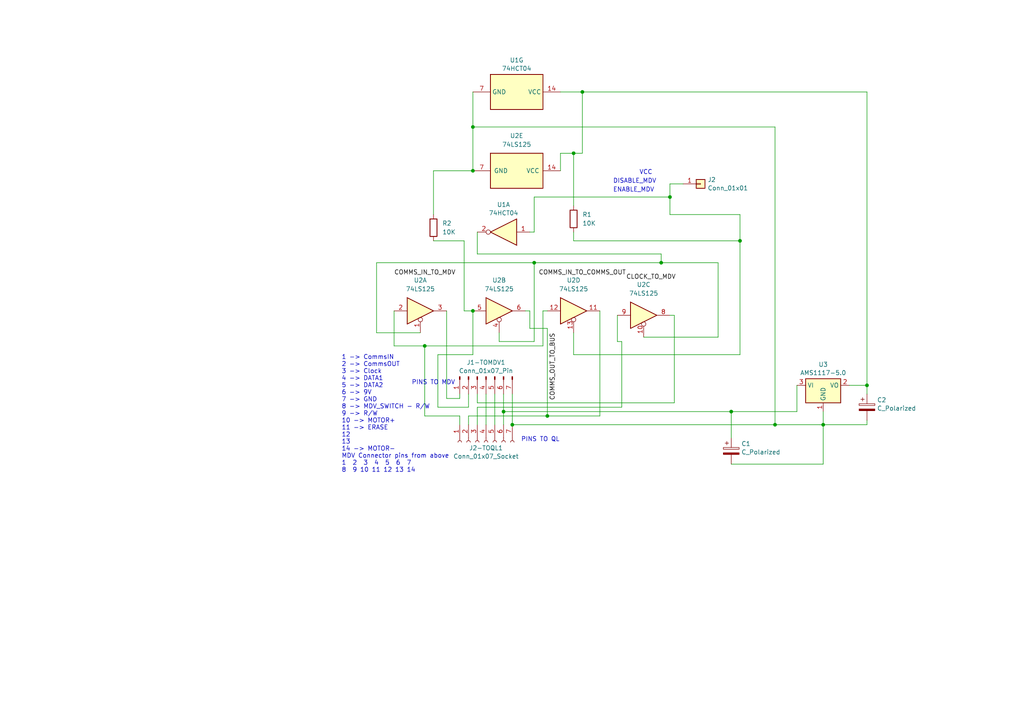
<source format=kicad_sch>
(kicad_sch (version 20230121) (generator eeschema)

  (uuid 9a98b262-aff6-4864-86ed-1e9c1ed66069)

  (paper "A4")

  (lib_symbols
    (symbol "74xx:74HCT04" (in_bom yes) (on_board yes)
      (property "Reference" "U" (at 0 1.27 0)
        (effects (font (size 1.27 1.27)))
      )
      (property "Value" "74HCT04" (at 0 -1.27 0)
        (effects (font (size 1.27 1.27)))
      )
      (property "Footprint" "" (at 0 0 0)
        (effects (font (size 1.27 1.27)) hide)
      )
      (property "Datasheet" "https://assets.nexperia.com/documents/data-sheet/74HC_HCT04.pdf" (at 0 0 0)
        (effects (font (size 1.27 1.27)) hide)
      )
      (property "ki_locked" "" (at 0 0 0)
        (effects (font (size 1.27 1.27)))
      )
      (property "ki_keywords" "HCTMOS not inv" (at 0 0 0)
        (effects (font (size 1.27 1.27)) hide)
      )
      (property "ki_description" "Hex Inverter" (at 0 0 0)
        (effects (font (size 1.27 1.27)) hide)
      )
      (property "ki_fp_filters" "DIP*W7.62mm* SSOP?14* TSSOP?14*" (at 0 0 0)
        (effects (font (size 1.27 1.27)) hide)
      )
      (symbol "74HCT04_1_0"
        (polyline
          (pts
            (xy -3.81 3.81)
            (xy -3.81 -3.81)
            (xy 3.81 0)
            (xy -3.81 3.81)
          )
          (stroke (width 0.254) (type default))
          (fill (type background))
        )
        (pin input line (at -7.62 0 0) (length 3.81)
          (name "~" (effects (font (size 1.27 1.27))))
          (number "1" (effects (font (size 1.27 1.27))))
        )
        (pin output inverted (at 7.62 0 180) (length 3.81)
          (name "~" (effects (font (size 1.27 1.27))))
          (number "2" (effects (font (size 1.27 1.27))))
        )
      )
      (symbol "74HCT04_2_0"
        (polyline
          (pts
            (xy -3.81 3.81)
            (xy -3.81 -3.81)
            (xy 3.81 0)
            (xy -3.81 3.81)
          )
          (stroke (width 0.254) (type default))
          (fill (type background))
        )
        (pin input line (at -7.62 0 0) (length 3.81)
          (name "~" (effects (font (size 1.27 1.27))))
          (number "3" (effects (font (size 1.27 1.27))))
        )
        (pin output inverted (at 7.62 0 180) (length 3.81)
          (name "~" (effects (font (size 1.27 1.27))))
          (number "4" (effects (font (size 1.27 1.27))))
        )
      )
      (symbol "74HCT04_3_0"
        (polyline
          (pts
            (xy -3.81 3.81)
            (xy -3.81 -3.81)
            (xy 3.81 0)
            (xy -3.81 3.81)
          )
          (stroke (width 0.254) (type default))
          (fill (type background))
        )
        (pin input line (at -7.62 0 0) (length 3.81)
          (name "~" (effects (font (size 1.27 1.27))))
          (number "5" (effects (font (size 1.27 1.27))))
        )
        (pin output inverted (at 7.62 0 180) (length 3.81)
          (name "~" (effects (font (size 1.27 1.27))))
          (number "6" (effects (font (size 1.27 1.27))))
        )
      )
      (symbol "74HCT04_4_0"
        (polyline
          (pts
            (xy -3.81 3.81)
            (xy -3.81 -3.81)
            (xy 3.81 0)
            (xy -3.81 3.81)
          )
          (stroke (width 0.254) (type default))
          (fill (type background))
        )
        (pin output inverted (at 7.62 0 180) (length 3.81)
          (name "~" (effects (font (size 1.27 1.27))))
          (number "8" (effects (font (size 1.27 1.27))))
        )
        (pin input line (at -7.62 0 0) (length 3.81)
          (name "~" (effects (font (size 1.27 1.27))))
          (number "9" (effects (font (size 1.27 1.27))))
        )
      )
      (symbol "74HCT04_5_0"
        (polyline
          (pts
            (xy -3.81 3.81)
            (xy -3.81 -3.81)
            (xy 3.81 0)
            (xy -3.81 3.81)
          )
          (stroke (width 0.254) (type default))
          (fill (type background))
        )
        (pin output inverted (at 7.62 0 180) (length 3.81)
          (name "~" (effects (font (size 1.27 1.27))))
          (number "10" (effects (font (size 1.27 1.27))))
        )
        (pin input line (at -7.62 0 0) (length 3.81)
          (name "~" (effects (font (size 1.27 1.27))))
          (number "11" (effects (font (size 1.27 1.27))))
        )
      )
      (symbol "74HCT04_6_0"
        (polyline
          (pts
            (xy -3.81 3.81)
            (xy -3.81 -3.81)
            (xy 3.81 0)
            (xy -3.81 3.81)
          )
          (stroke (width 0.254) (type default))
          (fill (type background))
        )
        (pin output inverted (at 7.62 0 180) (length 3.81)
          (name "~" (effects (font (size 1.27 1.27))))
          (number "12" (effects (font (size 1.27 1.27))))
        )
        (pin input line (at -7.62 0 0) (length 3.81)
          (name "~" (effects (font (size 1.27 1.27))))
          (number "13" (effects (font (size 1.27 1.27))))
        )
      )
      (symbol "74HCT04_7_0"
        (pin power_in line (at 0 12.7 270) (length 5.08)
          (name "VCC" (effects (font (size 1.27 1.27))))
          (number "14" (effects (font (size 1.27 1.27))))
        )
        (pin power_in line (at 0 -12.7 90) (length 5.08)
          (name "GND" (effects (font (size 1.27 1.27))))
          (number "7" (effects (font (size 1.27 1.27))))
        )
      )
      (symbol "74HCT04_7_1"
        (rectangle (start -5.08 7.62) (end 5.08 -7.62)
          (stroke (width 0.254) (type default))
          (fill (type background))
        )
      )
    )
    (symbol "74xx:74LS125" (pin_names (offset 1.016)) (in_bom yes) (on_board yes)
      (property "Reference" "U" (at 0 1.27 0)
        (effects (font (size 1.27 1.27)))
      )
      (property "Value" "74LS125" (at 0 -1.27 0)
        (effects (font (size 1.27 1.27)))
      )
      (property "Footprint" "" (at 0 0 0)
        (effects (font (size 1.27 1.27)) hide)
      )
      (property "Datasheet" "http://www.ti.com/lit/gpn/sn74LS125" (at 0 0 0)
        (effects (font (size 1.27 1.27)) hide)
      )
      (property "ki_locked" "" (at 0 0 0)
        (effects (font (size 1.27 1.27)))
      )
      (property "ki_keywords" "TTL buffer 3State" (at 0 0 0)
        (effects (font (size 1.27 1.27)) hide)
      )
      (property "ki_description" "Quad buffer 3-State outputs" (at 0 0 0)
        (effects (font (size 1.27 1.27)) hide)
      )
      (property "ki_fp_filters" "DIP*W7.62mm*" (at 0 0 0)
        (effects (font (size 1.27 1.27)) hide)
      )
      (symbol "74LS125_1_0"
        (polyline
          (pts
            (xy -3.81 3.81)
            (xy -3.81 -3.81)
            (xy 3.81 0)
            (xy -3.81 3.81)
          )
          (stroke (width 0.254) (type default))
          (fill (type background))
        )
        (pin input inverted (at 0 -6.35 90) (length 4.445)
          (name "~" (effects (font (size 1.27 1.27))))
          (number "1" (effects (font (size 1.27 1.27))))
        )
        (pin input line (at -7.62 0 0) (length 3.81)
          (name "~" (effects (font (size 1.27 1.27))))
          (number "2" (effects (font (size 1.27 1.27))))
        )
        (pin tri_state line (at 7.62 0 180) (length 3.81)
          (name "~" (effects (font (size 1.27 1.27))))
          (number "3" (effects (font (size 1.27 1.27))))
        )
      )
      (symbol "74LS125_2_0"
        (polyline
          (pts
            (xy -3.81 3.81)
            (xy -3.81 -3.81)
            (xy 3.81 0)
            (xy -3.81 3.81)
          )
          (stroke (width 0.254) (type default))
          (fill (type background))
        )
        (pin input inverted (at 0 -6.35 90) (length 4.445)
          (name "~" (effects (font (size 1.27 1.27))))
          (number "4" (effects (font (size 1.27 1.27))))
        )
        (pin input line (at -7.62 0 0) (length 3.81)
          (name "~" (effects (font (size 1.27 1.27))))
          (number "5" (effects (font (size 1.27 1.27))))
        )
        (pin tri_state line (at 7.62 0 180) (length 3.81)
          (name "~" (effects (font (size 1.27 1.27))))
          (number "6" (effects (font (size 1.27 1.27))))
        )
      )
      (symbol "74LS125_3_0"
        (polyline
          (pts
            (xy -3.81 3.81)
            (xy -3.81 -3.81)
            (xy 3.81 0)
            (xy -3.81 3.81)
          )
          (stroke (width 0.254) (type default))
          (fill (type background))
        )
        (pin input inverted (at 0 -6.35 90) (length 4.445)
          (name "~" (effects (font (size 1.27 1.27))))
          (number "10" (effects (font (size 1.27 1.27))))
        )
        (pin tri_state line (at 7.62 0 180) (length 3.81)
          (name "~" (effects (font (size 1.27 1.27))))
          (number "8" (effects (font (size 1.27 1.27))))
        )
        (pin input line (at -7.62 0 0) (length 3.81)
          (name "~" (effects (font (size 1.27 1.27))))
          (number "9" (effects (font (size 1.27 1.27))))
        )
      )
      (symbol "74LS125_4_0"
        (polyline
          (pts
            (xy -3.81 3.81)
            (xy -3.81 -3.81)
            (xy 3.81 0)
            (xy -3.81 3.81)
          )
          (stroke (width 0.254) (type default))
          (fill (type background))
        )
        (pin tri_state line (at 7.62 0 180) (length 3.81)
          (name "~" (effects (font (size 1.27 1.27))))
          (number "11" (effects (font (size 1.27 1.27))))
        )
        (pin input line (at -7.62 0 0) (length 3.81)
          (name "~" (effects (font (size 1.27 1.27))))
          (number "12" (effects (font (size 1.27 1.27))))
        )
        (pin input inverted (at 0 -6.35 90) (length 4.445)
          (name "~" (effects (font (size 1.27 1.27))))
          (number "13" (effects (font (size 1.27 1.27))))
        )
      )
      (symbol "74LS125_5_0"
        (pin power_in line (at 0 12.7 270) (length 5.08)
          (name "VCC" (effects (font (size 1.27 1.27))))
          (number "14" (effects (font (size 1.27 1.27))))
        )
        (pin power_in line (at 0 -12.7 90) (length 5.08)
          (name "GND" (effects (font (size 1.27 1.27))))
          (number "7" (effects (font (size 1.27 1.27))))
        )
      )
      (symbol "74LS125_5_1"
        (rectangle (start -5.08 7.62) (end 5.08 -7.62)
          (stroke (width 0.254) (type default))
          (fill (type background))
        )
      )
    )
    (symbol "Connector:Conn_01x07_Pin" (pin_names (offset 1.016) hide) (in_bom yes) (on_board yes)
      (property "Reference" "J" (at 0 10.16 0)
        (effects (font (size 1.27 1.27)))
      )
      (property "Value" "Conn_01x07_Pin" (at 0 -10.16 0)
        (effects (font (size 1.27 1.27)))
      )
      (property "Footprint" "" (at 0 0 0)
        (effects (font (size 1.27 1.27)) hide)
      )
      (property "Datasheet" "~" (at 0 0 0)
        (effects (font (size 1.27 1.27)) hide)
      )
      (property "ki_locked" "" (at 0 0 0)
        (effects (font (size 1.27 1.27)))
      )
      (property "ki_keywords" "connector" (at 0 0 0)
        (effects (font (size 1.27 1.27)) hide)
      )
      (property "ki_description" "Generic connector, single row, 01x07, script generated" (at 0 0 0)
        (effects (font (size 1.27 1.27)) hide)
      )
      (property "ki_fp_filters" "Connector*:*_1x??_*" (at 0 0 0)
        (effects (font (size 1.27 1.27)) hide)
      )
      (symbol "Conn_01x07_Pin_1_1"
        (polyline
          (pts
            (xy 1.27 -7.62)
            (xy 0.8636 -7.62)
          )
          (stroke (width 0.1524) (type default))
          (fill (type none))
        )
        (polyline
          (pts
            (xy 1.27 -5.08)
            (xy 0.8636 -5.08)
          )
          (stroke (width 0.1524) (type default))
          (fill (type none))
        )
        (polyline
          (pts
            (xy 1.27 -2.54)
            (xy 0.8636 -2.54)
          )
          (stroke (width 0.1524) (type default))
          (fill (type none))
        )
        (polyline
          (pts
            (xy 1.27 0)
            (xy 0.8636 0)
          )
          (stroke (width 0.1524) (type default))
          (fill (type none))
        )
        (polyline
          (pts
            (xy 1.27 2.54)
            (xy 0.8636 2.54)
          )
          (stroke (width 0.1524) (type default))
          (fill (type none))
        )
        (polyline
          (pts
            (xy 1.27 5.08)
            (xy 0.8636 5.08)
          )
          (stroke (width 0.1524) (type default))
          (fill (type none))
        )
        (polyline
          (pts
            (xy 1.27 7.62)
            (xy 0.8636 7.62)
          )
          (stroke (width 0.1524) (type default))
          (fill (type none))
        )
        (rectangle (start 0.8636 -7.493) (end 0 -7.747)
          (stroke (width 0.1524) (type default))
          (fill (type outline))
        )
        (rectangle (start 0.8636 -4.953) (end 0 -5.207)
          (stroke (width 0.1524) (type default))
          (fill (type outline))
        )
        (rectangle (start 0.8636 -2.413) (end 0 -2.667)
          (stroke (width 0.1524) (type default))
          (fill (type outline))
        )
        (rectangle (start 0.8636 0.127) (end 0 -0.127)
          (stroke (width 0.1524) (type default))
          (fill (type outline))
        )
        (rectangle (start 0.8636 2.667) (end 0 2.413)
          (stroke (width 0.1524) (type default))
          (fill (type outline))
        )
        (rectangle (start 0.8636 5.207) (end 0 4.953)
          (stroke (width 0.1524) (type default))
          (fill (type outline))
        )
        (rectangle (start 0.8636 7.747) (end 0 7.493)
          (stroke (width 0.1524) (type default))
          (fill (type outline))
        )
        (pin passive line (at 5.08 7.62 180) (length 3.81)
          (name "Pin_1" (effects (font (size 1.27 1.27))))
          (number "1" (effects (font (size 1.27 1.27))))
        )
        (pin passive line (at 5.08 5.08 180) (length 3.81)
          (name "Pin_2" (effects (font (size 1.27 1.27))))
          (number "2" (effects (font (size 1.27 1.27))))
        )
        (pin passive line (at 5.08 2.54 180) (length 3.81)
          (name "Pin_3" (effects (font (size 1.27 1.27))))
          (number "3" (effects (font (size 1.27 1.27))))
        )
        (pin passive line (at 5.08 0 180) (length 3.81)
          (name "Pin_4" (effects (font (size 1.27 1.27))))
          (number "4" (effects (font (size 1.27 1.27))))
        )
        (pin passive line (at 5.08 -2.54 180) (length 3.81)
          (name "Pin_5" (effects (font (size 1.27 1.27))))
          (number "5" (effects (font (size 1.27 1.27))))
        )
        (pin passive line (at 5.08 -5.08 180) (length 3.81)
          (name "Pin_6" (effects (font (size 1.27 1.27))))
          (number "6" (effects (font (size 1.27 1.27))))
        )
        (pin passive line (at 5.08 -7.62 180) (length 3.81)
          (name "Pin_7" (effects (font (size 1.27 1.27))))
          (number "7" (effects (font (size 1.27 1.27))))
        )
      )
    )
    (symbol "Connector:Conn_01x07_Socket" (pin_names (offset 1.016) hide) (in_bom yes) (on_board yes)
      (property "Reference" "J" (at 0 10.16 0)
        (effects (font (size 1.27 1.27)))
      )
      (property "Value" "Conn_01x07_Socket" (at 0 -10.16 0)
        (effects (font (size 1.27 1.27)))
      )
      (property "Footprint" "" (at 0 0 0)
        (effects (font (size 1.27 1.27)) hide)
      )
      (property "Datasheet" "~" (at 0 0 0)
        (effects (font (size 1.27 1.27)) hide)
      )
      (property "ki_locked" "" (at 0 0 0)
        (effects (font (size 1.27 1.27)))
      )
      (property "ki_keywords" "connector" (at 0 0 0)
        (effects (font (size 1.27 1.27)) hide)
      )
      (property "ki_description" "Generic connector, single row, 01x07, script generated" (at 0 0 0)
        (effects (font (size 1.27 1.27)) hide)
      )
      (property "ki_fp_filters" "Connector*:*_1x??_*" (at 0 0 0)
        (effects (font (size 1.27 1.27)) hide)
      )
      (symbol "Conn_01x07_Socket_1_1"
        (arc (start 0 -7.112) (mid -0.5058 -7.62) (end 0 -8.128)
          (stroke (width 0.1524) (type default))
          (fill (type none))
        )
        (arc (start 0 -4.572) (mid -0.5058 -5.08) (end 0 -5.588)
          (stroke (width 0.1524) (type default))
          (fill (type none))
        )
        (arc (start 0 -2.032) (mid -0.5058 -2.54) (end 0 -3.048)
          (stroke (width 0.1524) (type default))
          (fill (type none))
        )
        (polyline
          (pts
            (xy -1.27 -7.62)
            (xy -0.508 -7.62)
          )
          (stroke (width 0.1524) (type default))
          (fill (type none))
        )
        (polyline
          (pts
            (xy -1.27 -5.08)
            (xy -0.508 -5.08)
          )
          (stroke (width 0.1524) (type default))
          (fill (type none))
        )
        (polyline
          (pts
            (xy -1.27 -2.54)
            (xy -0.508 -2.54)
          )
          (stroke (width 0.1524) (type default))
          (fill (type none))
        )
        (polyline
          (pts
            (xy -1.27 0)
            (xy -0.508 0)
          )
          (stroke (width 0.1524) (type default))
          (fill (type none))
        )
        (polyline
          (pts
            (xy -1.27 2.54)
            (xy -0.508 2.54)
          )
          (stroke (width 0.1524) (type default))
          (fill (type none))
        )
        (polyline
          (pts
            (xy -1.27 5.08)
            (xy -0.508 5.08)
          )
          (stroke (width 0.1524) (type default))
          (fill (type none))
        )
        (polyline
          (pts
            (xy -1.27 7.62)
            (xy -0.508 7.62)
          )
          (stroke (width 0.1524) (type default))
          (fill (type none))
        )
        (arc (start 0 0.508) (mid -0.5058 0) (end 0 -0.508)
          (stroke (width 0.1524) (type default))
          (fill (type none))
        )
        (arc (start 0 3.048) (mid -0.5058 2.54) (end 0 2.032)
          (stroke (width 0.1524) (type default))
          (fill (type none))
        )
        (arc (start 0 5.588) (mid -0.5058 5.08) (end 0 4.572)
          (stroke (width 0.1524) (type default))
          (fill (type none))
        )
        (arc (start 0 8.128) (mid -0.5058 7.62) (end 0 7.112)
          (stroke (width 0.1524) (type default))
          (fill (type none))
        )
        (pin passive line (at -5.08 7.62 0) (length 3.81)
          (name "Pin_1" (effects (font (size 1.27 1.27))))
          (number "1" (effects (font (size 1.27 1.27))))
        )
        (pin passive line (at -5.08 5.08 0) (length 3.81)
          (name "Pin_2" (effects (font (size 1.27 1.27))))
          (number "2" (effects (font (size 1.27 1.27))))
        )
        (pin passive line (at -5.08 2.54 0) (length 3.81)
          (name "Pin_3" (effects (font (size 1.27 1.27))))
          (number "3" (effects (font (size 1.27 1.27))))
        )
        (pin passive line (at -5.08 0 0) (length 3.81)
          (name "Pin_4" (effects (font (size 1.27 1.27))))
          (number "4" (effects (font (size 1.27 1.27))))
        )
        (pin passive line (at -5.08 -2.54 0) (length 3.81)
          (name "Pin_5" (effects (font (size 1.27 1.27))))
          (number "5" (effects (font (size 1.27 1.27))))
        )
        (pin passive line (at -5.08 -5.08 0) (length 3.81)
          (name "Pin_6" (effects (font (size 1.27 1.27))))
          (number "6" (effects (font (size 1.27 1.27))))
        )
        (pin passive line (at -5.08 -7.62 0) (length 3.81)
          (name "Pin_7" (effects (font (size 1.27 1.27))))
          (number "7" (effects (font (size 1.27 1.27))))
        )
      )
    )
    (symbol "Connector_Generic:Conn_01x01" (pin_names (offset 1.016) hide) (in_bom yes) (on_board yes)
      (property "Reference" "J" (at 0 2.54 0)
        (effects (font (size 1.27 1.27)))
      )
      (property "Value" "Conn_01x01" (at 0 -2.54 0)
        (effects (font (size 1.27 1.27)))
      )
      (property "Footprint" "" (at 0 0 0)
        (effects (font (size 1.27 1.27)) hide)
      )
      (property "Datasheet" "~" (at 0 0 0)
        (effects (font (size 1.27 1.27)) hide)
      )
      (property "ki_keywords" "connector" (at 0 0 0)
        (effects (font (size 1.27 1.27)) hide)
      )
      (property "ki_description" "Generic connector, single row, 01x01, script generated (kicad-library-utils/schlib/autogen/connector/)" (at 0 0 0)
        (effects (font (size 1.27 1.27)) hide)
      )
      (property "ki_fp_filters" "Connector*:*_1x??_*" (at 0 0 0)
        (effects (font (size 1.27 1.27)) hide)
      )
      (symbol "Conn_01x01_1_1"
        (rectangle (start -1.27 0.127) (end 0 -0.127)
          (stroke (width 0.1524) (type default))
          (fill (type none))
        )
        (rectangle (start -1.27 1.27) (end 1.27 -1.27)
          (stroke (width 0.254) (type default))
          (fill (type background))
        )
        (pin passive line (at -5.08 0 0) (length 3.81)
          (name "Pin_1" (effects (font (size 1.27 1.27))))
          (number "1" (effects (font (size 1.27 1.27))))
        )
      )
    )
    (symbol "Device:C_Polarized" (pin_numbers hide) (pin_names (offset 0.254)) (in_bom yes) (on_board yes)
      (property "Reference" "C" (at 0.635 2.54 0)
        (effects (font (size 1.27 1.27)) (justify left))
      )
      (property "Value" "C_Polarized" (at 0.635 -2.54 0)
        (effects (font (size 1.27 1.27)) (justify left))
      )
      (property "Footprint" "" (at 0.9652 -3.81 0)
        (effects (font (size 1.27 1.27)) hide)
      )
      (property "Datasheet" "~" (at 0 0 0)
        (effects (font (size 1.27 1.27)) hide)
      )
      (property "ki_keywords" "cap capacitor" (at 0 0 0)
        (effects (font (size 1.27 1.27)) hide)
      )
      (property "ki_description" "Polarized capacitor" (at 0 0 0)
        (effects (font (size 1.27 1.27)) hide)
      )
      (property "ki_fp_filters" "CP_*" (at 0 0 0)
        (effects (font (size 1.27 1.27)) hide)
      )
      (symbol "C_Polarized_0_1"
        (rectangle (start -2.286 0.508) (end 2.286 1.016)
          (stroke (width 0) (type default))
          (fill (type none))
        )
        (polyline
          (pts
            (xy -1.778 2.286)
            (xy -0.762 2.286)
          )
          (stroke (width 0) (type default))
          (fill (type none))
        )
        (polyline
          (pts
            (xy -1.27 2.794)
            (xy -1.27 1.778)
          )
          (stroke (width 0) (type default))
          (fill (type none))
        )
        (rectangle (start 2.286 -0.508) (end -2.286 -1.016)
          (stroke (width 0) (type default))
          (fill (type outline))
        )
      )
      (symbol "C_Polarized_1_1"
        (pin passive line (at 0 3.81 270) (length 2.794)
          (name "~" (effects (font (size 1.27 1.27))))
          (number "1" (effects (font (size 1.27 1.27))))
        )
        (pin passive line (at 0 -3.81 90) (length 2.794)
          (name "~" (effects (font (size 1.27 1.27))))
          (number "2" (effects (font (size 1.27 1.27))))
        )
      )
    )
    (symbol "Device:R" (pin_numbers hide) (pin_names (offset 0)) (in_bom yes) (on_board yes)
      (property "Reference" "R" (at 2.032 0 90)
        (effects (font (size 1.27 1.27)))
      )
      (property "Value" "R" (at 0 0 90)
        (effects (font (size 1.27 1.27)))
      )
      (property "Footprint" "" (at -1.778 0 90)
        (effects (font (size 1.27 1.27)) hide)
      )
      (property "Datasheet" "~" (at 0 0 0)
        (effects (font (size 1.27 1.27)) hide)
      )
      (property "ki_keywords" "R res resistor" (at 0 0 0)
        (effects (font (size 1.27 1.27)) hide)
      )
      (property "ki_description" "Resistor" (at 0 0 0)
        (effects (font (size 1.27 1.27)) hide)
      )
      (property "ki_fp_filters" "R_*" (at 0 0 0)
        (effects (font (size 1.27 1.27)) hide)
      )
      (symbol "R_0_1"
        (rectangle (start -1.016 -2.54) (end 1.016 2.54)
          (stroke (width 0.254) (type default))
          (fill (type none))
        )
      )
      (symbol "R_1_1"
        (pin passive line (at 0 3.81 270) (length 1.27)
          (name "~" (effects (font (size 1.27 1.27))))
          (number "1" (effects (font (size 1.27 1.27))))
        )
        (pin passive line (at 0 -3.81 90) (length 1.27)
          (name "~" (effects (font (size 1.27 1.27))))
          (number "2" (effects (font (size 1.27 1.27))))
        )
      )
    )
    (symbol "Regulator_Linear:AMS1117-5.0" (in_bom yes) (on_board yes)
      (property "Reference" "U" (at -3.81 3.175 0)
        (effects (font (size 1.27 1.27)))
      )
      (property "Value" "AMS1117-5.0" (at 0 3.175 0)
        (effects (font (size 1.27 1.27)) (justify left))
      )
      (property "Footprint" "Package_TO_SOT_SMD:SOT-223-3_TabPin2" (at 0 5.08 0)
        (effects (font (size 1.27 1.27)) hide)
      )
      (property "Datasheet" "http://www.advanced-monolithic.com/pdf/ds1117.pdf" (at 2.54 -6.35 0)
        (effects (font (size 1.27 1.27)) hide)
      )
      (property "ki_keywords" "linear regulator ldo fixed positive" (at 0 0 0)
        (effects (font (size 1.27 1.27)) hide)
      )
      (property "ki_description" "1A Low Dropout regulator, positive, 5.0V fixed output, SOT-223" (at 0 0 0)
        (effects (font (size 1.27 1.27)) hide)
      )
      (property "ki_fp_filters" "SOT?223*TabPin2*" (at 0 0 0)
        (effects (font (size 1.27 1.27)) hide)
      )
      (symbol "AMS1117-5.0_0_1"
        (rectangle (start -5.08 -5.08) (end 5.08 1.905)
          (stroke (width 0.254) (type default))
          (fill (type background))
        )
      )
      (symbol "AMS1117-5.0_1_1"
        (pin power_in line (at 0 -7.62 90) (length 2.54)
          (name "GND" (effects (font (size 1.27 1.27))))
          (number "1" (effects (font (size 1.27 1.27))))
        )
        (pin power_out line (at 7.62 0 180) (length 2.54)
          (name "VO" (effects (font (size 1.27 1.27))))
          (number "2" (effects (font (size 1.27 1.27))))
        )
        (pin power_in line (at -7.62 0 0) (length 2.54)
          (name "VI" (effects (font (size 1.27 1.27))))
          (number "3" (effects (font (size 1.27 1.27))))
        )
      )
    )
  )

  (junction (at 212.09 119.38) (diameter 0) (color 0 0 0 0)
    (uuid 044ac11e-34fe-4ffa-a13f-3f2b5f64d703)
  )
  (junction (at 168.91 26.67) (diameter 0) (color 0 0 0 0)
    (uuid 066a1a34-8a57-4077-b151-f92736d1e177)
  )
  (junction (at 214.63 69.85) (diameter 0) (color 0 0 0 0)
    (uuid 2e4b8ebf-945a-48bd-a0b2-3acc57f4639c)
  )
  (junction (at 148.59 123.19) (diameter 0) (color 0 0 0 0)
    (uuid 34c585fa-e95d-42e4-842f-0fff9a50d142)
  )
  (junction (at 224.79 123.19) (diameter 0) (color 0 0 0 0)
    (uuid 44c4b8e4-a3e8-418c-b177-d2f85a882eb7)
  )
  (junction (at 146.05 119.38) (diameter 0) (color 0 0 0 0)
    (uuid 4bc00092-88bc-4916-9426-980299193236)
  )
  (junction (at 194.31 57.15) (diameter 0) (color 0 0 0 0)
    (uuid 5e3b328c-9613-4f4d-9112-ec75015cac92)
  )
  (junction (at 123.19 100.33) (diameter 0) (color 0 0 0 0)
    (uuid 6b5e1154-e995-4f1e-a9e9-fdb4d191f901)
  )
  (junction (at 137.16 36.83) (diameter 0) (color 0 0 0 0)
    (uuid 6fc3c508-98f2-41a1-acc2-72cd893635ff)
  )
  (junction (at 137.16 49.53) (diameter 0) (color 0 0 0 0)
    (uuid 86920d50-3475-435a-ac9f-18a32add550d)
  )
  (junction (at 251.46 111.76) (diameter 0) (color 0 0 0 0)
    (uuid 9c70f7de-fe18-4d78-ad43-f1b8476f83c8)
  )
  (junction (at 158.75 120.65) (diameter 0) (color 0 0 0 0)
    (uuid ab45c504-900a-4132-9261-a33aaac9b7a8)
  )
  (junction (at 154.94 76.2) (diameter 0) (color 0 0 0 0)
    (uuid adf35c63-7be4-401f-8bb7-2a7dcd192c65)
  )
  (junction (at 191.77 76.2) (diameter 0) (color 0 0 0 0)
    (uuid ae25053f-6e08-482c-9b5b-52517d809ed0)
  )
  (junction (at 238.76 123.19) (diameter 0) (color 0 0 0 0)
    (uuid cf639a1f-6755-4ce1-a193-d778545e1839)
  )
  (junction (at 166.37 44.45) (diameter 0) (color 0 0 0 0)
    (uuid fe749f5a-fb47-4164-a946-5b4c415d4d8a)
  )
  (junction (at 137.16 90.17) (diameter 0) (color 0 0 0 0)
    (uuid fe76e540-e4c6-4234-ba97-f81a87a17cef)
  )

  (wire (pts (xy 180.34 118.11) (xy 180.34 99.06))
    (stroke (width 0) (type default))
    (uuid 033a463f-63ad-43a8-bb80-b709aff6b3eb)
  )
  (wire (pts (xy 123.19 100.33) (xy 114.3 100.33))
    (stroke (width 0) (type default))
    (uuid 03f861c2-29e7-41da-b8e8-a037a9414e0e)
  )
  (wire (pts (xy 168.91 26.67) (xy 168.91 44.45))
    (stroke (width 0) (type default))
    (uuid 05fecc92-8dd6-4b95-919f-a32c82257070)
  )
  (wire (pts (xy 224.79 36.83) (xy 224.79 123.19))
    (stroke (width 0) (type default))
    (uuid 06a606e7-b39c-4f2d-beb6-bb67cf13a183)
  )
  (wire (pts (xy 154.94 57.15) (xy 154.94 67.31))
    (stroke (width 0) (type default))
    (uuid 08cbb75f-4e38-4ce3-90af-74e808afed4b)
  )
  (wire (pts (xy 153.67 90.17) (xy 153.67 95.25))
    (stroke (width 0) (type default))
    (uuid 0b81e8a7-e234-40af-b4d0-c8cb42106294)
  )
  (wire (pts (xy 148.59 114.3) (xy 148.59 123.19))
    (stroke (width 0) (type default))
    (uuid 0cf1f2d8-738a-418a-8c8b-e47c6ae55483)
  )
  (wire (pts (xy 154.94 99.06) (xy 154.94 76.2))
    (stroke (width 0) (type default))
    (uuid 189f6e72-7663-4ad6-9180-379b65b8284b)
  )
  (wire (pts (xy 154.94 57.15) (xy 194.31 57.15))
    (stroke (width 0) (type default))
    (uuid 1b36b79b-071c-4212-a339-e7ec077436a9)
  )
  (wire (pts (xy 134.62 90.17) (xy 137.16 90.17))
    (stroke (width 0) (type default))
    (uuid 1cb331c5-3c71-4182-a97b-00d07457e37c)
  )
  (wire (pts (xy 138.43 73.66) (xy 191.77 73.66))
    (stroke (width 0) (type default))
    (uuid 1e95c0e6-447f-4153-b8dc-e73326523257)
  )
  (wire (pts (xy 251.46 121.92) (xy 251.46 123.19))
    (stroke (width 0) (type default))
    (uuid 1f70b1a7-3f48-4a91-9cff-645e599bd27d)
  )
  (wire (pts (xy 166.37 44.45) (xy 168.91 44.45))
    (stroke (width 0) (type default))
    (uuid 200e3107-8969-48eb-a151-8326557e8e23)
  )
  (wire (pts (xy 194.31 57.15) (xy 194.31 62.23))
    (stroke (width 0) (type default))
    (uuid 21b42f5e-0654-43af-80c9-665639b4fb19)
  )
  (wire (pts (xy 135.89 114.3) (xy 135.89 118.11))
    (stroke (width 0) (type default))
    (uuid 227199f2-4030-4859-ae9c-7cad412dd43b)
  )
  (wire (pts (xy 138.43 118.11) (xy 180.34 118.11))
    (stroke (width 0) (type default))
    (uuid 22e8c892-1189-4e70-803e-cad38e3bc62d)
  )
  (wire (pts (xy 166.37 102.87) (xy 214.63 102.87))
    (stroke (width 0) (type default))
    (uuid 246b7784-54a6-413c-b4ff-8c8e0cf2c117)
  )
  (wire (pts (xy 238.76 134.62) (xy 238.76 123.19))
    (stroke (width 0) (type default))
    (uuid 24e2c90b-4bdf-4756-ba42-913cf2ad0d9a)
  )
  (wire (pts (xy 212.09 119.38) (xy 231.14 119.38))
    (stroke (width 0) (type default))
    (uuid 266b6bea-c74f-4fda-a26b-2c7ec613ef01)
  )
  (wire (pts (xy 144.78 96.52) (xy 144.78 99.06))
    (stroke (width 0) (type default))
    (uuid 27912e48-bc8f-4bf0-956b-7fad4b3a0144)
  )
  (wire (pts (xy 158.75 95.25) (xy 158.75 120.65))
    (stroke (width 0) (type default))
    (uuid 2b35da22-3773-4e2c-b248-b6a554f6ffaa)
  )
  (wire (pts (xy 214.63 62.23) (xy 214.63 69.85))
    (stroke (width 0) (type default))
    (uuid 32f9c458-be42-4f61-8adc-bb7539aa95e9)
  )
  (wire (pts (xy 173.99 90.17) (xy 173.99 120.65))
    (stroke (width 0) (type default))
    (uuid 356a8a7d-d2eb-4e62-b833-c87b3c3813d7)
  )
  (wire (pts (xy 212.09 134.62) (xy 238.76 134.62))
    (stroke (width 0) (type default))
    (uuid 36277a47-ee2b-42f7-948e-c595ce44b967)
  )
  (wire (pts (xy 168.91 26.67) (xy 251.46 26.67))
    (stroke (width 0) (type default))
    (uuid 375d907b-3f50-4c37-850d-7aecf0592648)
  )
  (wire (pts (xy 137.16 26.67) (xy 137.16 36.83))
    (stroke (width 0) (type default))
    (uuid 38b8fbd5-e4c2-41a1-acbb-55d455bd48c9)
  )
  (wire (pts (xy 208.28 97.79) (xy 186.69 97.79))
    (stroke (width 0) (type default))
    (uuid 393a8601-16e1-408d-914e-ac326c34654d)
  )
  (wire (pts (xy 138.43 67.31) (xy 138.43 73.66))
    (stroke (width 0) (type default))
    (uuid 3a0ec5a3-0e67-4d22-873b-d5ce63c51cf9)
  )
  (wire (pts (xy 231.14 111.76) (xy 231.14 119.38))
    (stroke (width 0) (type default))
    (uuid 3ac56c04-56f7-47f0-aa24-2a736ef7cde3)
  )
  (wire (pts (xy 180.34 99.06) (xy 179.07 99.06))
    (stroke (width 0) (type default))
    (uuid 3cceb51f-1c42-4cc2-8f54-da96a49af353)
  )
  (wire (pts (xy 153.67 90.17) (xy 152.4 90.17))
    (stroke (width 0) (type default))
    (uuid 3fa98039-f406-4af4-9694-3731aa830ac6)
  )
  (wire (pts (xy 162.56 44.45) (xy 166.37 44.45))
    (stroke (width 0) (type default))
    (uuid 43f89315-5af1-4f2d-a2d9-0e94e60ed752)
  )
  (wire (pts (xy 194.31 53.34) (xy 198.12 53.34))
    (stroke (width 0) (type default))
    (uuid 44ecd703-5414-4856-b206-84f5ed04a2b9)
  )
  (wire (pts (xy 137.16 90.17) (xy 137.16 102.87))
    (stroke (width 0) (type default))
    (uuid 460f6971-96dc-4f45-906c-3e2c13c2ec32)
  )
  (wire (pts (xy 166.37 67.31) (xy 166.37 69.85))
    (stroke (width 0) (type default))
    (uuid 468b5786-adee-4438-9b3b-38202f69a71f)
  )
  (wire (pts (xy 127 102.87) (xy 137.16 102.87))
    (stroke (width 0) (type default))
    (uuid 4893eccd-1b35-407e-8e59-86e72c28586b)
  )
  (wire (pts (xy 109.22 76.2) (xy 154.94 76.2))
    (stroke (width 0) (type default))
    (uuid 4e1c67b3-fcc0-4e39-98b3-4cb4461da167)
  )
  (wire (pts (xy 127 118.11) (xy 135.89 118.11))
    (stroke (width 0) (type default))
    (uuid 4e647f2d-56e0-4e6a-b8e5-be93c6e60a22)
  )
  (wire (pts (xy 194.31 53.34) (xy 194.31 57.15))
    (stroke (width 0) (type default))
    (uuid 4fe02f50-3bbf-4707-8e1b-098e05e4734d)
  )
  (wire (pts (xy 191.77 76.2) (xy 208.28 76.2))
    (stroke (width 0) (type default))
    (uuid 50ec3b9d-c7d2-49a0-97dc-b947e37ad612)
  )
  (wire (pts (xy 162.56 26.67) (xy 168.91 26.67))
    (stroke (width 0) (type default))
    (uuid 50ee84ed-c0bf-434f-88ed-38a135fcad7d)
  )
  (wire (pts (xy 129.54 115.57) (xy 133.35 115.57))
    (stroke (width 0) (type default))
    (uuid 54f2735f-4339-4224-a0db-3f46922fb6ca)
  )
  (wire (pts (xy 134.62 69.85) (xy 134.62 90.17))
    (stroke (width 0) (type default))
    (uuid 55397291-b5d0-4a49-842a-cea3fc6181f6)
  )
  (wire (pts (xy 133.35 115.57) (xy 133.35 114.3))
    (stroke (width 0) (type default))
    (uuid 570c7439-47ea-455b-a334-993c2ae4892f)
  )
  (wire (pts (xy 195.58 116.84) (xy 195.58 91.44))
    (stroke (width 0) (type default))
    (uuid 58af20e2-cab2-4dd7-bec7-b1d2163996d7)
  )
  (wire (pts (xy 224.79 123.19) (xy 148.59 123.19))
    (stroke (width 0) (type default))
    (uuid 5ff61682-5bc6-434c-a619-ba9465e09d9a)
  )
  (wire (pts (xy 137.16 49.53) (xy 125.73 49.53))
    (stroke (width 0) (type default))
    (uuid 68924305-a5e9-439a-be3b-35eb098041de)
  )
  (wire (pts (xy 191.77 73.66) (xy 191.77 76.2))
    (stroke (width 0) (type default))
    (uuid 6a775654-d6b0-4496-bd2a-eb8494b9cb81)
  )
  (wire (pts (xy 127 118.11) (xy 127 102.87))
    (stroke (width 0) (type default))
    (uuid 6d5883f7-c0c8-4d8a-8bf2-3ebd4a9999f0)
  )
  (wire (pts (xy 138.43 116.84) (xy 195.58 116.84))
    (stroke (width 0) (type default))
    (uuid 6e5e09c9-5a16-49a9-93b5-d2b0db32ec8d)
  )
  (wire (pts (xy 157.48 100.33) (xy 157.48 90.17))
    (stroke (width 0) (type default))
    (uuid 721215a8-d473-4ac1-bf9f-57cd01816565)
  )
  (wire (pts (xy 137.16 36.83) (xy 224.79 36.83))
    (stroke (width 0) (type default))
    (uuid 72b01269-7ebe-46f7-8bb3-2c688e1cc62b)
  )
  (wire (pts (xy 208.28 76.2) (xy 208.28 97.79))
    (stroke (width 0) (type default))
    (uuid 785c58e4-5ce5-4e43-b938-3e0c961e902f)
  )
  (wire (pts (xy 238.76 123.19) (xy 238.76 119.38))
    (stroke (width 0) (type default))
    (uuid 8948b779-9eef-4378-a8fe-b7009cdd5134)
  )
  (wire (pts (xy 214.63 62.23) (xy 194.31 62.23))
    (stroke (width 0) (type default))
    (uuid 89a40ea8-0635-4e31-a6c2-fdd79cf5e4c7)
  )
  (wire (pts (xy 121.92 96.52) (xy 109.22 96.52))
    (stroke (width 0) (type default))
    (uuid 8e1fd8da-829c-43b8-9a7c-008e892984d9)
  )
  (wire (pts (xy 251.46 123.19) (xy 238.76 123.19))
    (stroke (width 0) (type default))
    (uuid 903dbfae-e884-405f-8be7-0c82416b9625)
  )
  (wire (pts (xy 123.19 120.65) (xy 123.19 100.33))
    (stroke (width 0) (type default))
    (uuid 9463d704-fa02-428c-ad4e-f60af53f5549)
  )
  (wire (pts (xy 154.94 76.2) (xy 191.77 76.2))
    (stroke (width 0) (type default))
    (uuid 96c1edc1-739e-44d9-ad80-b613aa0ed66e)
  )
  (wire (pts (xy 137.16 36.83) (xy 137.16 49.53))
    (stroke (width 0) (type default))
    (uuid 96f70af7-b9e6-42c3-8f14-3caf522d4bf9)
  )
  (wire (pts (xy 246.38 111.76) (xy 251.46 111.76))
    (stroke (width 0) (type default))
    (uuid 989f025a-6723-4c41-bedd-ca4ac42b0791)
  )
  (wire (pts (xy 144.78 99.06) (xy 154.94 99.06))
    (stroke (width 0) (type default))
    (uuid 98ed68c5-96da-4468-95bd-204a3c2a47de)
  )
  (wire (pts (xy 135.89 120.65) (xy 158.75 120.65))
    (stroke (width 0) (type default))
    (uuid 9a196f09-b639-4edf-b591-7d966e7d6951)
  )
  (wire (pts (xy 109.22 96.52) (xy 109.22 76.2))
    (stroke (width 0) (type default))
    (uuid 9bb4628a-fade-46dc-a0fd-f21a7cb947e1)
  )
  (wire (pts (xy 146.05 119.38) (xy 212.09 119.38))
    (stroke (width 0) (type default))
    (uuid a74caa3f-a2d0-43db-bfee-f98a28e0a684)
  )
  (wire (pts (xy 154.94 67.31) (xy 153.67 67.31))
    (stroke (width 0) (type default))
    (uuid a8b7c055-03f9-4a27-9b41-b0bb464dc048)
  )
  (wire (pts (xy 179.07 99.06) (xy 179.07 91.44))
    (stroke (width 0) (type default))
    (uuid ad499932-c941-4e74-bc52-d2bdcffcb74a)
  )
  (wire (pts (xy 166.37 69.85) (xy 214.63 69.85))
    (stroke (width 0) (type default))
    (uuid adc4790c-d5dc-4f71-bc63-c5ced9bcf1ec)
  )
  (wire (pts (xy 123.19 100.33) (xy 157.48 100.33))
    (stroke (width 0) (type default))
    (uuid aee4f5d5-89a0-4f09-85fb-2d9b8574b963)
  )
  (wire (pts (xy 166.37 96.52) (xy 166.37 102.87))
    (stroke (width 0) (type default))
    (uuid b99c9edf-539f-4e4a-9a96-f4658e0138f1)
  )
  (wire (pts (xy 129.54 90.17) (xy 129.54 115.57))
    (stroke (width 0) (type default))
    (uuid ba1efffa-7166-4f5f-97a9-db1b7cb78635)
  )
  (wire (pts (xy 140.97 114.3) (xy 140.97 123.19))
    (stroke (width 0) (type default))
    (uuid bd66a3ce-2595-43b9-a8b0-f5e91377cb9a)
  )
  (wire (pts (xy 125.73 49.53) (xy 125.73 62.23))
    (stroke (width 0) (type default))
    (uuid be6c6569-da78-46d2-b440-660b91962d94)
  )
  (wire (pts (xy 133.35 120.65) (xy 123.19 120.65))
    (stroke (width 0) (type default))
    (uuid bedda68d-4815-4320-af39-257f2637ae9d)
  )
  (wire (pts (xy 138.43 123.19) (xy 138.43 118.11))
    (stroke (width 0) (type default))
    (uuid c03b8abc-34be-4f1a-860f-1abc5287da92)
  )
  (wire (pts (xy 133.35 120.65) (xy 133.35 123.19))
    (stroke (width 0) (type default))
    (uuid c0486505-dbbd-4c85-97bd-a7e685a0d4fe)
  )
  (wire (pts (xy 251.46 26.67) (xy 251.46 111.76))
    (stroke (width 0) (type default))
    (uuid c52edefd-481b-4230-8967-87dfdc2a885d)
  )
  (wire (pts (xy 214.63 69.85) (xy 214.63 102.87))
    (stroke (width 0) (type default))
    (uuid c5c1b5c2-6878-45a5-a0e8-609c2f60ee87)
  )
  (wire (pts (xy 125.73 69.85) (xy 134.62 69.85))
    (stroke (width 0) (type default))
    (uuid cdebefcd-e3b7-4cae-afc5-464e979850df)
  )
  (wire (pts (xy 143.51 114.3) (xy 143.51 123.19))
    (stroke (width 0) (type default))
    (uuid d17152e8-2b70-4c5d-a497-5fa12dd8f2b7)
  )
  (wire (pts (xy 138.43 114.3) (xy 138.43 116.84))
    (stroke (width 0) (type default))
    (uuid d3ea282f-4e10-48a9-8b6c-aee27fb01f86)
  )
  (wire (pts (xy 251.46 111.76) (xy 251.46 114.3))
    (stroke (width 0) (type default))
    (uuid d5c9b473-c6e8-453f-bc99-94cca0c48104)
  )
  (wire (pts (xy 162.56 44.45) (xy 162.56 49.53))
    (stroke (width 0) (type default))
    (uuid dc029772-1823-493f-8def-7fa83bc43a85)
  )
  (wire (pts (xy 135.89 120.65) (xy 135.89 123.19))
    (stroke (width 0) (type default))
    (uuid dddfd87a-3229-43a8-902d-a884124faa96)
  )
  (wire (pts (xy 195.58 91.44) (xy 194.31 91.44))
    (stroke (width 0) (type default))
    (uuid df553fc6-cb6b-4eb3-86ae-db7c0cfb7b57)
  )
  (wire (pts (xy 146.05 119.38) (xy 146.05 123.19))
    (stroke (width 0) (type default))
    (uuid e5c0686e-767d-45f0-8568-09d047836089)
  )
  (wire (pts (xy 146.05 114.3) (xy 146.05 119.38))
    (stroke (width 0) (type default))
    (uuid e710a111-692c-4401-a687-d72fc44fa743)
  )
  (wire (pts (xy 224.79 123.19) (xy 238.76 123.19))
    (stroke (width 0) (type default))
    (uuid ed820976-3449-4398-b6bd-7be200ada862)
  )
  (wire (pts (xy 158.75 120.65) (xy 173.99 120.65))
    (stroke (width 0) (type default))
    (uuid f04fa8fc-5f8d-4f94-a10b-034307591edd)
  )
  (wire (pts (xy 153.67 95.25) (xy 158.75 95.25))
    (stroke (width 0) (type default))
    (uuid f35fc02a-6bf5-432a-a331-fe585eb59671)
  )
  (wire (pts (xy 114.3 100.33) (xy 114.3 90.17))
    (stroke (width 0) (type default))
    (uuid f3f3b62b-6f5b-4810-8368-b9dfe4771e7f)
  )
  (wire (pts (xy 166.37 59.69) (xy 166.37 44.45))
    (stroke (width 0) (type default))
    (uuid f475d191-3165-4a35-8d1c-9e41b5ab25fb)
  )
  (wire (pts (xy 212.09 119.38) (xy 212.09 127))
    (stroke (width 0) (type default))
    (uuid f9f36a98-ea19-4882-8d80-fa910c261222)
  )
  (wire (pts (xy 157.48 90.17) (xy 158.75 90.17))
    (stroke (width 0) (type default))
    (uuid fe5e6599-eea1-4f9b-b358-28d1c8f045e9)
  )

  (text "VCC" (at 185.42 50.8 0)
    (effects (font (size 1.27 1.27)) (justify left bottom))
    (uuid 1b5cfc0e-4b0f-4618-acca-5cb4aed1fade)
  )
  (text "ENABLE_MDV" (at 177.8 55.88 0)
    (effects (font (size 1.27 1.27)) (justify left bottom))
    (uuid 47a8554e-a325-48d3-b354-d592b65ddebd)
  )
  (text "DISABLE_MDV" (at 177.8 53.34 0)
    (effects (font (size 1.27 1.27)) (justify left bottom))
    (uuid 77571f81-3c62-449e-84fa-b9e1ef571bc6)
  )
  (text "PINS TO QL\n" (at 151.13 128.27 0)
    (effects (font (size 1.27 1.27)) (justify left bottom))
    (uuid 8c868372-1926-4225-a71e-492fd102b9dc)
  )
  (text "PINS TO MDV" (at 119.38 111.76 0)
    (effects (font (size 1.27 1.27)) (justify left bottom))
    (uuid 99936b51-49ba-44c0-8c5b-85d3c04409af)
  )
  (text "1 -> CommsIN\n2 -> CommsOUT\n3 -> Clock\n4 -> DATA1\n5 -> DATA2\n6 -> 9V\n7 -> GND\n8 -> MDV_SWITCH - R/W\n9 -> R/W\n10 -> MOTOR+\n11 -> ERASE\n12\n13\n14 -> MOTOR-\nMDV Connector pins from above\n1  2  3  4  5  6  7\n8  9 10 11 12 13 14"
    (at 99.06 137.16 0)
    (effects (font (size 1.27 1.27)) (justify left bottom))
    (uuid a3ff4438-2ecd-4f2f-8bbf-a976ce8d07ab)
  )

  (label "COMMS_IN_TO_MDV" (at 114.3 80.01 0) (fields_autoplaced)
    (effects (font (size 1.27 1.27)) (justify left bottom))
    (uuid 4aa893e1-7555-4a36-bbd1-1fd144169baa)
  )
  (label "COMMS_IN_TO_COMMS_OUT" (at 156.21 80.01 0) (fields_autoplaced)
    (effects (font (size 1.27 1.27)) (justify left bottom))
    (uuid 59adf362-9215-4885-9d2b-f17f439fab56)
  )
  (label "COMMS_OUT_TO_BUS" (at 161.29 96.52 270) (fields_autoplaced)
    (effects (font (size 1.27 1.27)) (justify right bottom))
    (uuid fe026d9e-1e75-4cef-b7e9-328ccacbd103)
  )
  (label "CLOCK_TO_MDV" (at 181.61 81.28 0) (fields_autoplaced)
    (effects (font (size 1.27 1.27)) (justify left bottom))
    (uuid ff942e64-0007-43ac-8dfe-7e3da3d94e64)
  )

  (symbol (lib_id "74xx:74HCT04") (at 146.05 67.31 180) (unit 1)
    (in_bom yes) (on_board yes) (dnp no) (fields_autoplaced)
    (uuid 1d08e05a-dbc4-4f14-bf76-7cb6e2ed23be)
    (property "Reference" "U1" (at 146.05 59.3557 0)
      (effects (font (size 1.27 1.27)))
    )
    (property "Value" "74HCT04" (at 146.05 61.7799 0)
      (effects (font (size 1.27 1.27)))
    )
    (property "Footprint" "Package_SO:SOIC-14_3.9x8.7mm_P1.27mm" (at 146.05 67.31 0)
      (effects (font (size 1.27 1.27)) hide)
    )
    (property "Datasheet" "https://assets.nexperia.com/documents/data-sheet/74HC_HCT04.pdf" (at 146.05 67.31 0)
      (effects (font (size 1.27 1.27)) hide)
    )
    (property "LCSC" "C513511" (at 146.05 67.31 0)
      (effects (font (size 1.27 1.27)) hide)
    )
    (pin "1" (uuid 3367f9d5-f6e4-4e35-b50d-51e11d07d31c))
    (pin "2" (uuid 2a50718a-7618-462e-ab5c-867cde1c19de))
    (pin "3" (uuid 1a8053ef-b15f-4439-b48a-e048db01214b))
    (pin "4" (uuid ba3ed51c-6a9f-4fa3-874f-f66a43e24f26))
    (pin "5" (uuid e5e726d0-0ca0-4135-94cf-46adb05dc6cc))
    (pin "6" (uuid c3e19365-15ff-4788-9d35-f06cfce23273))
    (pin "8" (uuid 3818a123-5b00-4add-8c1e-02bb762f7c5b))
    (pin "9" (uuid 06b28f0f-2273-4209-a378-fed4bf0b1eb4))
    (pin "10" (uuid 7d9a6b72-ac41-4422-985a-66c39db7adc9))
    (pin "11" (uuid eff94f42-8cb1-41ef-bf29-1e470d02d16b))
    (pin "12" (uuid f2ae1148-4503-4e1a-bd8e-e8bd91a6cdd2))
    (pin "13" (uuid bbd8885a-b07b-400b-ab3a-ad1f2afd64a1))
    (pin "14" (uuid 882b4e2f-e272-4462-b3f8-49e5bc6024d5))
    (pin "7" (uuid 829c4c05-b759-448d-8bcb-a976e85331e7))
    (instances
      (project "QL_MDV_Control"
        (path "/9a98b262-aff6-4864-86ed-1e9c1ed66069"
          (reference "U1") (unit 1)
        )
      )
    )
  )

  (symbol (lib_id "Connector_Generic:Conn_01x01") (at 203.2 53.34 0) (unit 1)
    (in_bom yes) (on_board yes) (dnp no) (fields_autoplaced)
    (uuid 20b2cfd1-327b-496f-b1ea-2875ff6215cb)
    (property "Reference" "J2" (at 205.232 52.1279 0)
      (effects (font (size 1.27 1.27)) (justify left))
    )
    (property "Value" "Conn_01x01" (at 205.232 54.5521 0)
      (effects (font (size 1.27 1.27)) (justify left))
    )
    (property "Footprint" "Connector_PinHeader_2.54mm:PinHeader_1x01_P2.54mm_Vertical" (at 203.2 53.34 0)
      (effects (font (size 1.27 1.27)) hide)
    )
    (property "Datasheet" "~" (at 203.2 53.34 0)
      (effects (font (size 1.27 1.27)) hide)
    )
    (pin "1" (uuid ea32d2fa-5850-4686-92b2-f8d461fbf13d))
    (instances
      (project "QL_MDV_Control"
        (path "/9a98b262-aff6-4864-86ed-1e9c1ed66069"
          (reference "J2") (unit 1)
        )
      )
    )
  )

  (symbol (lib_id "Regulator_Linear:AMS1117-5.0") (at 238.76 111.76 0) (unit 1)
    (in_bom yes) (on_board yes) (dnp no) (fields_autoplaced)
    (uuid 2300f75c-dfd7-45fe-914d-d75df46c71e5)
    (property "Reference" "U3" (at 238.76 105.7107 0)
      (effects (font (size 1.27 1.27)))
    )
    (property "Value" "AMS1117-5.0" (at 238.76 108.1349 0)
      (effects (font (size 1.27 1.27)))
    )
    (property "Footprint" "Package_TO_SOT_SMD:SOT-89-3" (at 238.76 106.68 0)
      (effects (font (size 1.27 1.27)) hide)
    )
    (property "Datasheet" "http://www.advanced-monolithic.com/pdf/ds1117.pdf" (at 241.3 118.11 0)
      (effects (font (size 1.27 1.27)) hide)
    )
    (property "LCSC" "C880753" (at 238.76 111.76 0)
      (effects (font (size 1.27 1.27)) hide)
    )
    (pin "1" (uuid 02d064e6-f0cf-4765-8364-427000c4c811))
    (pin "2" (uuid e322c89e-6caf-43d7-a083-b2387975c885))
    (pin "3" (uuid d5e339da-ad08-4730-a9ad-c2c2d72ee14c))
    (instances
      (project "QL_MDV_Control"
        (path "/9a98b262-aff6-4864-86ed-1e9c1ed66069"
          (reference "U3") (unit 1)
        )
      )
    )
  )

  (symbol (lib_id "Connector:Conn_01x07_Pin") (at 140.97 109.22 90) (mirror x) (unit 1)
    (in_bom yes) (on_board yes) (dnp no)
    (uuid 58600a48-413d-4367-be8b-4ec7e271b88c)
    (property "Reference" "J1-TOMDV1" (at 140.97 105.1265 90)
      (effects (font (size 1.27 1.27)))
    )
    (property "Value" "Conn_01x07_Pin" (at 140.97 107.5507 90)
      (effects (font (size 1.27 1.27)))
    )
    (property "Footprint" "Connector_PinHeader_2.54mm:PinHeader_1x07_P2.54mm_Vertical" (at 140.97 109.22 0)
      (effects (font (size 1.27 1.27)) hide)
    )
    (property "Datasheet" "~" (at 140.97 109.22 0)
      (effects (font (size 1.27 1.27)) hide)
    )
    (pin "1" (uuid a6b4c70f-5e0b-4a0d-9c61-44f236f5f329))
    (pin "2" (uuid 0c7b8c35-e0c0-4dda-a6a3-c57cd4327ee1))
    (pin "3" (uuid a18b0d74-cff6-47c8-9176-5a1eeacc1f52))
    (pin "4" (uuid 678a0ad1-eb7c-4be6-a0b0-f3b4234ad432))
    (pin "5" (uuid af61f641-7de9-4087-af53-ba4a2be1e930))
    (pin "6" (uuid b806033b-1b7a-4a69-9702-ac912d5b32cb))
    (pin "7" (uuid b7be24cd-56c0-419d-aa6c-1a32998a369c))
    (instances
      (project "QL_MDV_Control"
        (path "/9a98b262-aff6-4864-86ed-1e9c1ed66069"
          (reference "J1-TOMDV1") (unit 1)
        )
      )
    )
  )

  (symbol (lib_id "Device:C_Polarized") (at 212.09 130.81 0) (unit 1)
    (in_bom yes) (on_board yes) (dnp no) (fields_autoplaced)
    (uuid 7a2aa012-18b3-4f29-87be-deb9ff01e8d9)
    (property "Reference" "C1" (at 215.011 128.7089 0)
      (effects (font (size 1.27 1.27)) (justify left))
    )
    (property "Value" "C_Polarized" (at 215.011 131.1331 0)
      (effects (font (size 1.27 1.27)) (justify left))
    )
    (property "Footprint" "TPSC156K035R0350:CAPCP6032X280N" (at 213.0552 134.62 0)
      (effects (font (size 1.27 1.27)) hide)
    )
    (property "Datasheet" "~" (at 212.09 130.81 0)
      (effects (font (size 1.27 1.27)) hide)
    )
    (property "LCSC" "2312" (at 212.09 130.81 0)
      (effects (font (size 1.27 1.27)) hide)
    )
    (pin "1" (uuid a15dc653-3ba3-4f17-a824-5ae731931972))
    (pin "2" (uuid 90999edf-2276-49aa-9eac-36ed07bdf86b))
    (instances
      (project "QL_MDV_Control"
        (path "/9a98b262-aff6-4864-86ed-1e9c1ed66069"
          (reference "C1") (unit 1)
        )
      )
    )
  )

  (symbol (lib_id "74xx:74LS125") (at 149.86 49.53 270) (unit 5)
    (in_bom yes) (on_board yes) (dnp no) (fields_autoplaced)
    (uuid 7a6ef7a9-3d5f-4156-a418-c89c28c8745a)
    (property "Reference" "U2" (at 149.86 39.37 90)
      (effects (font (size 1.27 1.27)))
    )
    (property "Value" "74LS125" (at 149.86 41.91 90)
      (effects (font (size 1.27 1.27)))
    )
    (property "Footprint" "Package_SO:SOIC-14_3.9x8.7mm_P1.27mm" (at 149.86 49.53 0)
      (effects (font (size 1.27 1.27)) hide)
    )
    (property "Datasheet" "http://www.ti.com/lit/gpn/sn74LS125" (at 149.86 49.53 0)
      (effects (font (size 1.27 1.27)) hide)
    )
    (property "LCSC" "C133797" (at 149.86 49.53 0)
      (effects (font (size 1.27 1.27)) hide)
    )
    (pin "1" (uuid 06ba9f47-337a-4b1a-9bea-4be96f32c563))
    (pin "2" (uuid bc0953cf-526b-438c-936e-82ea3bdb36fd))
    (pin "3" (uuid 296cef6d-0f65-4738-b5cf-05264e8a729b))
    (pin "4" (uuid 91fdeb16-0581-4679-98a6-5ef4a4369b27))
    (pin "5" (uuid 5f73d866-745a-46d5-a316-5901b84a1705))
    (pin "6" (uuid dbbaa708-3698-4d7b-a664-6efcf7ddd498))
    (pin "10" (uuid 0614464e-4b82-4b66-91cd-901ce58aee50))
    (pin "8" (uuid b562227a-cac4-467f-8eb4-6082e0891182))
    (pin "9" (uuid efd4b130-e616-41da-afb7-d4148b1b2ad7))
    (pin "11" (uuid d162eaa4-c754-441e-828f-04ba033dd21d))
    (pin "12" (uuid dca5d94b-9375-4ad9-87c2-5bb9a16dfd9d))
    (pin "13" (uuid d6b21ba0-9e41-4c65-ab10-25b91051212d))
    (pin "14" (uuid d433e2e6-9ee6-4558-a0c5-024954324f2b))
    (pin "7" (uuid 1fc0ef25-a9cb-4d41-ba73-5eb2d4a1db86))
    (instances
      (project "QL_MDV_Control"
        (path "/9a98b262-aff6-4864-86ed-1e9c1ed66069"
          (reference "U2") (unit 5)
        )
      )
    )
  )

  (symbol (lib_id "74xx:74LS125") (at 166.37 90.17 0) (unit 4)
    (in_bom yes) (on_board yes) (dnp no) (fields_autoplaced)
    (uuid 7d767d3b-8428-4c52-81db-80247cff2d76)
    (property "Reference" "U2" (at 166.37 81.28 0)
      (effects (font (size 1.27 1.27)))
    )
    (property "Value" "74LS125" (at 166.37 83.82 0)
      (effects (font (size 1.27 1.27)))
    )
    (property "Footprint" "Package_SO:SOIC-14_3.9x8.7mm_P1.27mm" (at 166.37 90.17 0)
      (effects (font (size 1.27 1.27)) hide)
    )
    (property "Datasheet" "http://www.ti.com/lit/gpn/sn74LS125" (at 166.37 90.17 0)
      (effects (font (size 1.27 1.27)) hide)
    )
    (property "LCSC" "C133797" (at 166.37 90.17 0)
      (effects (font (size 1.27 1.27)) hide)
    )
    (pin "1" (uuid ec75d5eb-f08c-4aa5-8ac5-e54de201b334))
    (pin "2" (uuid 7bc15fac-b2fc-4b5d-9e14-920630065d9b))
    (pin "3" (uuid 0250d7f5-0fcb-4ee6-9cd7-dbd36553c873))
    (pin "4" (uuid 36038f35-9420-47f6-bd6c-5ab90e49088b))
    (pin "5" (uuid 1deca8e8-c5be-4362-b40a-0d4d2346a5f9))
    (pin "6" (uuid f45db833-2485-46b9-83c1-2457da08cd38))
    (pin "10" (uuid 22899a78-eb26-47c8-9547-2c9ee8b11722))
    (pin "8" (uuid 1faa91c5-91b3-44e0-a81f-fc47ec2c935a))
    (pin "9" (uuid 0e2f2288-76b2-461f-806e-db649eed39d6))
    (pin "11" (uuid 47c1dc45-492a-42b8-9482-93c8e1d2c696))
    (pin "12" (uuid b187eeda-1d0f-4616-873a-f92c67a4e09d))
    (pin "13" (uuid 99bc6a44-4aa7-43c2-bfff-73b31caad398))
    (pin "14" (uuid faf8cb53-5888-4e76-8187-ea5681e0a62e))
    (pin "7" (uuid ea775cdc-0741-42ee-9610-08bfdb789f42))
    (instances
      (project "QL_MDV_Control"
        (path "/9a98b262-aff6-4864-86ed-1e9c1ed66069"
          (reference "U2") (unit 4)
        )
      )
    )
  )

  (symbol (lib_id "74xx:74LS125") (at 144.78 90.17 0) (unit 2)
    (in_bom yes) (on_board yes) (dnp no) (fields_autoplaced)
    (uuid 87233f0e-a122-43ce-9c7a-b1cc30ee598c)
    (property "Reference" "U2" (at 144.78 81.28 0)
      (effects (font (size 1.27 1.27)))
    )
    (property "Value" "74LS125" (at 144.78 83.82 0)
      (effects (font (size 1.27 1.27)))
    )
    (property "Footprint" "Package_SO:SOIC-14_3.9x8.7mm_P1.27mm" (at 144.78 90.17 0)
      (effects (font (size 1.27 1.27)) hide)
    )
    (property "Datasheet" "http://www.ti.com/lit/gpn/sn74LS125" (at 144.78 90.17 0)
      (effects (font (size 1.27 1.27)) hide)
    )
    (property "LCSC" "C133797" (at 144.78 90.17 0)
      (effects (font (size 1.27 1.27)) hide)
    )
    (pin "1" (uuid 67e8af73-ccfb-411c-a38d-092fa72428dd))
    (pin "2" (uuid de878fcd-a8ed-4cbe-bd7f-309ed078c004))
    (pin "3" (uuid 284f39f1-a157-4088-97f7-48163400dec7))
    (pin "4" (uuid ea02e027-dcf8-4efa-883e-49159ac11f44))
    (pin "5" (uuid a5af7061-8f69-429c-9c2b-2395bde48002))
    (pin "6" (uuid cca1958c-6265-4e01-9470-c2f1980fbb87))
    (pin "10" (uuid 52de25bc-8d1f-4c72-9813-0afe66254700))
    (pin "8" (uuid 5e603353-94bd-4746-a123-dbbd1f549602))
    (pin "9" (uuid 2d6c0702-b8ca-41d0-b84d-ba32fb75f566))
    (pin "11" (uuid 1de21ae0-15e6-4f70-a392-883e539dd256))
    (pin "12" (uuid 0497ad0a-331a-40ae-b386-51e44c1eff80))
    (pin "13" (uuid c7e199f9-6b57-4485-a20e-47f3810575cd))
    (pin "14" (uuid 6032d479-592c-48d2-b946-290ced80782b))
    (pin "7" (uuid b3e1796e-2815-4ae3-85d6-7e2acfc44ed6))
    (instances
      (project "QL_MDV_Control"
        (path "/9a98b262-aff6-4864-86ed-1e9c1ed66069"
          (reference "U2") (unit 2)
        )
      )
    )
  )

  (symbol (lib_id "74xx:74LS125") (at 121.92 90.17 0) (unit 1)
    (in_bom yes) (on_board yes) (dnp no) (fields_autoplaced)
    (uuid 88f66dc3-2c70-41ae-8f90-42c7db41ede0)
    (property "Reference" "U2" (at 121.92 81.28 0)
      (effects (font (size 1.27 1.27)))
    )
    (property "Value" "74LS125" (at 121.92 83.82 0)
      (effects (font (size 1.27 1.27)))
    )
    (property "Footprint" "Package_SO:SOIC-14_3.9x8.7mm_P1.27mm" (at 121.92 90.17 0)
      (effects (font (size 1.27 1.27)) hide)
    )
    (property "Datasheet" "http://www.ti.com/lit/gpn/sn74LS125" (at 121.92 90.17 0)
      (effects (font (size 1.27 1.27)) hide)
    )
    (property "LCSC" "C133797" (at 121.92 90.17 0)
      (effects (font (size 1.27 1.27)) hide)
    )
    (pin "1" (uuid ac67ffd7-bb54-482b-89ac-bb3af5ec38c7))
    (pin "2" (uuid e75b3c3d-dc35-48ed-b075-99b5c1eaf3dd))
    (pin "3" (uuid 5a89bce1-1acd-46a1-bd98-14eba4341f1f))
    (pin "4" (uuid 3e068281-ca50-420c-a071-d448f465512d))
    (pin "5" (uuid 1eff20f4-816c-4fb2-b1eb-c96e269e7c96))
    (pin "6" (uuid 6b3a4207-db43-409d-9421-e772e777f25d))
    (pin "10" (uuid b763293a-a239-4087-87b9-d14f9187ba2c))
    (pin "8" (uuid 361ae2e0-8f49-4b2f-bec0-87f95d2a4c35))
    (pin "9" (uuid 42bf4cc6-0d98-4837-82a1-98fbb7d7924a))
    (pin "11" (uuid 0f02df51-760f-46ec-93aa-6e467d1aafbc))
    (pin "12" (uuid 4c8410a1-1fe8-4b39-a101-27f5386e03ae))
    (pin "13" (uuid c5f507d2-5d17-4e8c-9798-66444d88dc36))
    (pin "14" (uuid 3bddb88c-d0d5-4962-b7de-6d7189d83b42))
    (pin "7" (uuid 798c8bf5-9cb6-490c-81cb-75eeeb434301))
    (instances
      (project "QL_MDV_Control"
        (path "/9a98b262-aff6-4864-86ed-1e9c1ed66069"
          (reference "U2") (unit 1)
        )
      )
    )
  )

  (symbol (lib_id "Connector:Conn_01x07_Socket") (at 140.97 128.27 90) (mirror x) (unit 1)
    (in_bom yes) (on_board yes) (dnp no)
    (uuid 944a21b1-b6e6-46f0-9f77-8723e503ef00)
    (property "Reference" "J2-TOQL1" (at 140.97 129.9393 90)
      (effects (font (size 1.27 1.27)))
    )
    (property "Value" "Conn_01x07_Socket" (at 140.97 132.3635 90)
      (effects (font (size 1.27 1.27)))
    )
    (property "Footprint" "Connector_PinHeader_2.54mm:PinHeader_1x07_P2.54mm_Vertical" (at 140.97 128.27 0)
      (effects (font (size 1.27 1.27)) hide)
    )
    (property "Datasheet" "~" (at 140.97 128.27 0)
      (effects (font (size 1.27 1.27)) hide)
    )
    (pin "1" (uuid c008fb03-1685-44da-acef-a60e9051b6b5))
    (pin "2" (uuid 9ff60b50-66f6-45a6-8216-254f6ecb4cc5))
    (pin "3" (uuid f277e5a5-53c8-4b4f-8728-b506528172f6))
    (pin "4" (uuid 2f1b4ee9-a0f1-46c1-ae0f-0f870656fefa))
    (pin "5" (uuid cff6d9ad-6b8e-45d6-bd4c-8545bd93e14b))
    (pin "6" (uuid 2ba4c61e-fa72-4eb0-bf2f-d4c9dbbbc98d))
    (pin "7" (uuid 57ac8c26-8ee3-42c4-84dd-98ea784fad06))
    (instances
      (project "QL_MDV_Control"
        (path "/9a98b262-aff6-4864-86ed-1e9c1ed66069"
          (reference "J2-TOQL1") (unit 1)
        )
      )
    )
  )

  (symbol (lib_id "Device:C_Polarized") (at 251.46 118.11 0) (unit 1)
    (in_bom yes) (on_board yes) (dnp no) (fields_autoplaced)
    (uuid 94d7722a-f77d-4b9b-a4de-68d1026eba0b)
    (property "Reference" "C2" (at 254.381 116.0089 0)
      (effects (font (size 1.27 1.27)) (justify left))
    )
    (property "Value" "C_Polarized" (at 254.381 118.4331 0)
      (effects (font (size 1.27 1.27)) (justify left))
    )
    (property "Footprint" "TPSC156K035R0350:CAPCP6032X280N" (at 252.4252 121.92 0)
      (effects (font (size 1.27 1.27)) hide)
    )
    (property "Datasheet" "~" (at 251.46 118.11 0)
      (effects (font (size 1.27 1.27)) hide)
    )
    (property "LCSC" "2312" (at 251.46 118.11 0)
      (effects (font (size 1.27 1.27)) hide)
    )
    (pin "1" (uuid 3fd7d08d-491c-4764-b2ce-961b793790d2))
    (pin "2" (uuid d1e3c698-6060-4665-b2a1-e02c89889357))
    (instances
      (project "QL_MDV_Control"
        (path "/9a98b262-aff6-4864-86ed-1e9c1ed66069"
          (reference "C2") (unit 1)
        )
      )
    )
  )

  (symbol (lib_id "74xx:74LS125") (at 186.69 91.44 0) (unit 3)
    (in_bom yes) (on_board yes) (dnp no) (fields_autoplaced)
    (uuid 9c6f5a73-4910-44b6-a0b2-c01af58664eb)
    (property "Reference" "U2" (at 186.69 82.55 0)
      (effects (font (size 1.27 1.27)))
    )
    (property "Value" "74LS125" (at 186.69 85.09 0)
      (effects (font (size 1.27 1.27)))
    )
    (property "Footprint" "Package_SO:SOIC-14_3.9x8.7mm_P1.27mm" (at 186.69 91.44 0)
      (effects (font (size 1.27 1.27)) hide)
    )
    (property "Datasheet" "http://www.ti.com/lit/gpn/sn74LS125" (at 186.69 91.44 0)
      (effects (font (size 1.27 1.27)) hide)
    )
    (property "LCSC" "C133797" (at 186.69 91.44 0)
      (effects (font (size 1.27 1.27)) hide)
    )
    (pin "1" (uuid 690bd557-3040-4502-8162-a3858e23b9e6))
    (pin "2" (uuid 06f8b37a-3184-4ddd-a3b6-8a6baa01e81c))
    (pin "3" (uuid ccb59b49-0ffd-49b6-a7c4-f28b366694a5))
    (pin "4" (uuid 43b4f18c-c6eb-4bf0-96e2-6ce11729f4d0))
    (pin "5" (uuid ba5038b9-a263-4e97-bb77-4c26a4bc5423))
    (pin "6" (uuid f9366588-94b7-464a-bcc6-ff2d4fa037e1))
    (pin "10" (uuid 4b9688dc-51e7-415e-aa13-16cc5dda479d))
    (pin "8" (uuid dee6fb80-ad5d-4e8b-b13c-eac68db4e4c1))
    (pin "9" (uuid 4250514a-e60f-413e-894e-cecd1aad7247))
    (pin "11" (uuid 5cc976c0-0992-496b-84f3-fc9e8dbf0be1))
    (pin "12" (uuid 8877ebb8-14a3-4c9f-b068-075b85694897))
    (pin "13" (uuid 8d733524-fb74-4b9f-a3d3-48eeed08e625))
    (pin "14" (uuid bbf2e98e-2847-42b2-b460-99e9cc52afee))
    (pin "7" (uuid 41115840-b1f8-4c82-a836-759fc9b903d1))
    (instances
      (project "QL_MDV_Control"
        (path "/9a98b262-aff6-4864-86ed-1e9c1ed66069"
          (reference "U2") (unit 3)
        )
      )
    )
  )

  (symbol (lib_id "Device:R") (at 166.37 63.5 0) (unit 1)
    (in_bom yes) (on_board yes) (dnp no) (fields_autoplaced)
    (uuid 9c98da6a-5888-4c0c-b74f-33fbc8b72131)
    (property "Reference" "R1" (at 168.91 62.23 0)
      (effects (font (size 1.27 1.27)) (justify left))
    )
    (property "Value" "10K" (at 168.91 64.77 0)
      (effects (font (size 1.27 1.27)) (justify left))
    )
    (property "Footprint" "Resistor_SMD:R_0805_2012Metric" (at 164.592 63.5 90)
      (effects (font (size 1.27 1.27)) hide)
    )
    (property "Datasheet" "~" (at 166.37 63.5 0)
      (effects (font (size 1.27 1.27)) hide)
    )
    (property "LCSC" "CRG0805-R-103JT " (at 166.37 63.5 0)
      (effects (font (size 1.27 1.27)) hide)
    )
    (pin "1" (uuid f93ea6e9-d099-45de-aeaa-561a4e4e61cb))
    (pin "2" (uuid 68b3ca66-d43c-4561-8952-4eb66c38784b))
    (instances
      (project "QL_MDV_Control"
        (path "/9a98b262-aff6-4864-86ed-1e9c1ed66069"
          (reference "R1") (unit 1)
        )
      )
    )
  )

  (symbol (lib_id "Device:R") (at 125.73 66.04 0) (unit 1)
    (in_bom yes) (on_board yes) (dnp no) (fields_autoplaced)
    (uuid 9ee62d59-6849-4de8-b718-1ef613305e48)
    (property "Reference" "R2" (at 128.27 64.77 0)
      (effects (font (size 1.27 1.27)) (justify left))
    )
    (property "Value" "10K" (at 128.27 67.31 0)
      (effects (font (size 1.27 1.27)) (justify left))
    )
    (property "Footprint" "Resistor_SMD:R_0805_2012Metric" (at 123.952 66.04 90)
      (effects (font (size 1.27 1.27)) hide)
    )
    (property "Datasheet" "~" (at 125.73 66.04 0)
      (effects (font (size 1.27 1.27)) hide)
    )
    (property "LCSC" "CRG0805-R-103JT " (at 125.73 66.04 0)
      (effects (font (size 1.27 1.27)) hide)
    )
    (pin "1" (uuid 82b6ec1c-d9b9-4c99-8da9-72ebd4e1a43f))
    (pin "2" (uuid 6925bbd4-bd1b-4f5f-989c-66255ad130cf))
    (instances
      (project "QL_MDV_Control"
        (path "/9a98b262-aff6-4864-86ed-1e9c1ed66069"
          (reference "R2") (unit 1)
        )
      )
    )
  )

  (symbol (lib_id "74xx:74HCT04") (at 149.86 26.67 270) (unit 7)
    (in_bom yes) (on_board yes) (dnp no) (fields_autoplaced)
    (uuid c52ab5fa-9eca-4a2c-a866-9ce24f5c28e7)
    (property "Reference" "U1" (at 149.86 17.4457 90)
      (effects (font (size 1.27 1.27)))
    )
    (property "Value" "74HCT04" (at 149.86 19.8699 90)
      (effects (font (size 1.27 1.27)))
    )
    (property "Footprint" "Package_SO:SOIC-14_3.9x8.7mm_P1.27mm" (at 149.86 26.67 0)
      (effects (font (size 1.27 1.27)) hide)
    )
    (property "Datasheet" "https://assets.nexperia.com/documents/data-sheet/74HC_HCT04.pdf" (at 149.86 26.67 0)
      (effects (font (size 1.27 1.27)) hide)
    )
    (property "LCSC" "C513511" (at 149.86 26.67 0)
      (effects (font (size 1.27 1.27)) hide)
    )
    (pin "1" (uuid a21417e1-f4e4-49c0-b0ae-b11ae4e7f1a4))
    (pin "2" (uuid ccb885be-ed46-4023-ac4a-b6711dd4e7cc))
    (pin "3" (uuid 139810a4-6dfd-4d0a-beb5-8f11a10f101f))
    (pin "4" (uuid 5e2b98f7-14b1-4120-9775-a635bc448cb6))
    (pin "5" (uuid 4f552b7b-597b-472c-a26f-7f8d85d5e3ec))
    (pin "6" (uuid 4cd0e655-206b-4411-9543-7ef5565208b5))
    (pin "8" (uuid f23eeed0-610a-4aa6-b973-14346637735a))
    (pin "9" (uuid f795ab07-9ec0-4c79-955f-3fb4357c2acb))
    (pin "10" (uuid e6bb3e2f-2c0b-4f65-b51b-12a81850913c))
    (pin "11" (uuid 3383ea92-ed9f-4104-b516-72d01789e9d9))
    (pin "12" (uuid a2fe4a20-a088-4a8b-8d96-5ad66f6bf08c))
    (pin "13" (uuid ba6d83ea-ccc3-44e2-8bfe-91443779e5cf))
    (pin "14" (uuid 5d9e5ba6-d3f5-4281-a84d-b7feeae9c0ff))
    (pin "7" (uuid 404eb59d-b088-4b85-a534-4cc96013c737))
    (instances
      (project "QL_MDV_Control"
        (path "/9a98b262-aff6-4864-86ed-1e9c1ed66069"
          (reference "U1") (unit 7)
        )
      )
    )
  )

  (sheet_instances
    (path "/" (page "1"))
  )
)

</source>
